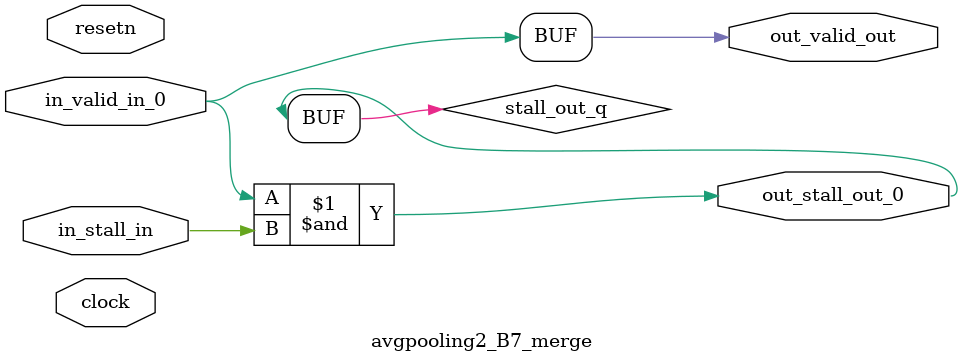
<source format=sv>



(* altera_attribute = "-name AUTO_SHIFT_REGISTER_RECOGNITION OFF; -name MESSAGE_DISABLE 10036; -name MESSAGE_DISABLE 10037; -name MESSAGE_DISABLE 14130; -name MESSAGE_DISABLE 14320; -name MESSAGE_DISABLE 15400; -name MESSAGE_DISABLE 14130; -name MESSAGE_DISABLE 10036; -name MESSAGE_DISABLE 12020; -name MESSAGE_DISABLE 12030; -name MESSAGE_DISABLE 12010; -name MESSAGE_DISABLE 12110; -name MESSAGE_DISABLE 14320; -name MESSAGE_DISABLE 13410; -name MESSAGE_DISABLE 113007; -name MESSAGE_DISABLE 10958" *)
module avgpooling2_B7_merge (
    input wire [0:0] in_stall_in,
    input wire [0:0] in_valid_in_0,
    output wire [0:0] out_stall_out_0,
    output wire [0:0] out_valid_out,
    input wire clock,
    input wire resetn
    );

    wire [0:0] stall_out_q;


    // stall_out(LOGICAL,6)
    assign stall_out_q = in_valid_in_0 & in_stall_in;

    // out_stall_out_0(GPOUT,4)
    assign out_stall_out_0 = stall_out_q;

    // out_valid_out(GPOUT,5)
    assign out_valid_out = in_valid_in_0;

endmodule

</source>
